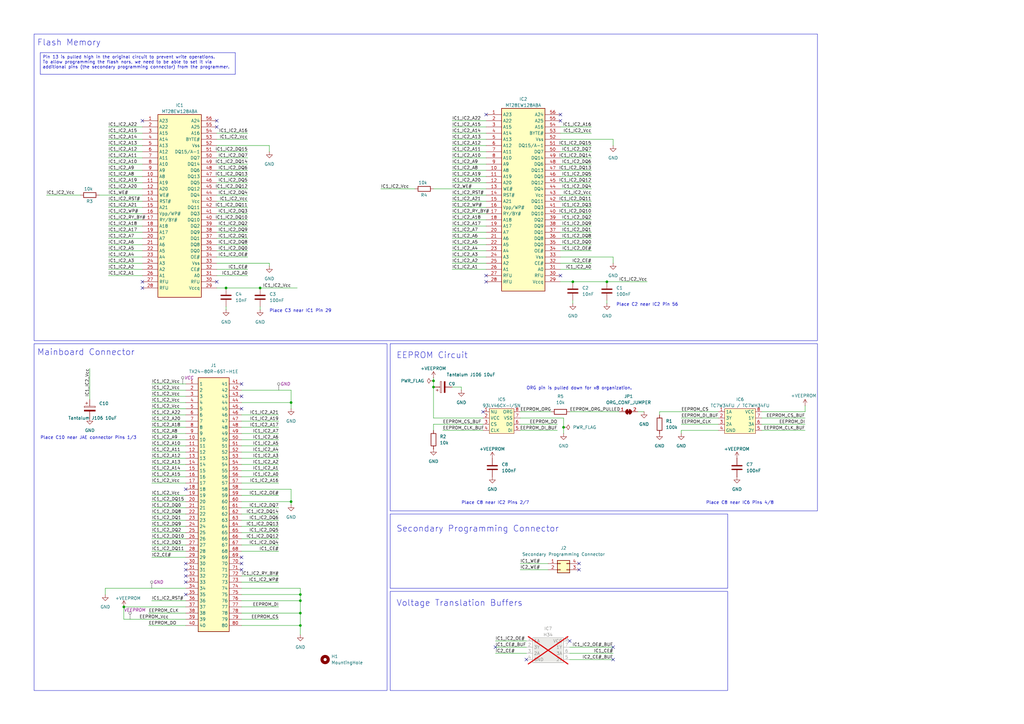
<source format=kicad_sch>
(kicad_sch (version 20250114) (generator "eeschema") (generator_version "9.0")
  (paper "A3")
  (title_block (title "SRX Clone Card") (date "2025-11-12") (rev "0.2"))
  (lib_symbols
    (symbol "Connector_Generic:Conn_02x02_Counter_Clockwise" (pin_names (offset 1.016) (hide yes))
      (property "Reference" "J" (at 1.27 2.54 0))
      (property "Value" "Conn_02x02_Counter_Clockwise" (at 1.27 -5.08 0))
      (symbol "Conn_02x02_Counter_Clockwise_1_1"
        (pin passive line (at -5.08 0 0) (length 3.81) (name "Pin_1") (number "1"))
        (pin passive line (at -5.08 -2.54 0) (length 3.81) (name "Pin_2") (number "2"))
        (pin passive line (at 7.62 0 180) (length 3.81) (name "Pin_4") (number "4"))
        (pin passive line (at 7.62 -2.54 180) (length 3.81) (name "Pin_3") (number "3"))
      )
    )
    (symbol "Device:C" (pin_numbers (hide yes)) (pin_names (offset 0.254))
      (property "Reference" "C" (at 0.635 2.54 0))
      (property "Value" "C" (at 0.635 -2.54 0))
      (symbol "C_1_1"
        (pin passive line (at 0 3.81 270) (length 2.794) (name "~") (number "1"))
        (pin passive line (at 0 -3.81 90) (length 2.794) (name "~") (number "2"))
      )
    )
    (symbol "Device:C_Polarized" (pin_numbers (hide yes)) (pin_names (offset 0.254))
      (property "Reference" "C" (at 0.635 2.54 0))
      (property "Value" "C_Polarized" (at 0.635 -2.54 0))
      (symbol "C_Polarized_1_1"
        (pin passive line (at 0 3.81 270) (length 2.794) (name "~") (number "1"))
        (pin passive line (at 0 -3.81 90) (length 2.794) (name "~") (number "2"))
      )
    )
    (symbol "Device:R" (pin_numbers (hide yes)) (pin_names (offset 0))
      (property "Reference" "R" (at 2.032 0 90))
      (property "Value" "R" (at 0 0 90))
      (symbol "R_1_1"
        (pin passive line (at 0 3.81 270) (length 1.27) (name "~") (number "1"))
        (pin passive line (at 0 -3.81 90) (length 1.27) (name "~") (number "2"))
      )
    )
    (symbol "Jumper:SolderJumper_2_Bridged" (pin_names (offset 0) (hide yes))
      (property "Reference" "JP" (at 0 2.032 0))
      (property "Value" "SolderJumper_2_Bridged" (at 0 -2.54 0))
      (symbol "SolderJumper_2_Bridged_1_1"
        (pin passive line (at -3.81 0 0) (length 2.54) (name "A") (number "1"))
        (pin passive line (at 3.81 0 180) (length 2.54) (name "B") (number "2"))
      )
    )
    (symbol "Mechanical:MountingHole" (pin_names (offset 1.016))
      (property "Reference" "H" (at 0 5.08 0))
      (property "Value" "MountingHole" (at 0 3.175 0))
    )
    (symbol "power:+3.3V" (power) (pin_numbers (hide yes)) (pin_names (offset 0) (hide yes))
      (property "Value" "+3.3V" (at 0 3.556 0))
      (symbol "+3.3V_1_1"
        (pin power_in line (at 0 0 90) (length 0) (name "~") (number "1"))
      )
    )
    (symbol "power:GND" (power) (pin_numbers (hide yes)) (pin_names (offset 0) (hide yes))
      (property "Value" "GND" (at 0 -3.81 0))
      (symbol "GND_1_1"
        (pin power_in line (at 0 0 270) (length 0) (name "~") (number "1"))
      )
    )
    (symbol "power:PWR_FLAG" (power) (pin_numbers (hide yes)) (pin_names (offset 0) (hide yes))
      (property "Value" "PWR_FLAG" (at 0 3.81 0))
      (symbol "PWR_FLAG_0_0"
        (pin power_out line (at 0 0 90) (length 0) (name "~") (number "1"))
      )
    )
    (symbol "srx-extras:LC46-rotated-soic"
      (property "Reference" "U" (at 0 5.08 0))
      (symbol "LC46-rotated-soic_1_1"
        (pin input line (at -7.62 2.54 0) (length 2.54) (name "NU") (number "1"))
        (pin power_in line (at -7.62 0 0) (length 2.54) (name "VCC") (number "2"))
        (pin input line (at -7.62 -2.54 0) (length 2.54) (name "CS") (number "3"))
        (pin input line (at -7.62 -5.08 0) (length 2.54) (name "CLK") (number "4"))
        (pin input line (at 7.62 2.54 180) (length 2.54) (name "ORG") (number "8"))
        (pin power_in line (at 7.62 0 180) (length 2.54) (name "VSS") (number "7"))
        (pin output line (at 7.62 -2.54 180) (length 2.54) (name "DO") (number "6"))
        (pin input line (at 7.62 -5.08 180) (length 2.54) (name "DI") (number "5"))
      )
    )
    (symbol "srx-extras:MT28EW128ABA"
      (property "Reference" "U" (at 0 0 0))
      (symbol "MT28EW128ABA_1_1"
        (pin input line (at -15.24 21.59 0) (length 6.35) (name "A23") (number "1"))
        (pin input line (at -15.24 19.05 0) (length 6.35) (name "A22") (number "2"))
        (pin input line (at -15.24 16.51 0) (length 6.35) (name "A15") (number "3"))
        (pin input line (at -15.24 13.97 0) (length 6.35) (name "A14") (number "4"))
        (pin input line (at -15.24 11.43 0) (length 6.35) (name "A13") (number "5"))
        (pin input line (at -15.24 8.89 0) (length 6.35) (name "A12") (number "6"))
        (pin input line (at -15.24 6.35 0) (length 6.35) (name "A11") (number "7"))
        (pin input line (at -15.24 3.81 0) (length 6.35) (name "A10") (number "8"))
        (pin input line (at -15.24 1.27 0) (length 6.35) (name "A9") (number "9"))
        (pin input line (at -15.24 -1.27 0) (length 6.35) (name "A8") (number "10"))
        (pin input line (at -15.24 -3.81 0) (length 6.35) (name "A19") (number "11"))
        (pin input line (at -15.24 -6.35 0) (length 6.35) (name "A20") (number "12"))
        (pin input line (at -15.24 -8.89 0) (length 6.35) (name "WE#") (number "13"))
        (pin input line (at -15.24 -11.43 0) (length 6.35) (name "RST#") (number "14"))
        (pin input line (at -15.24 -13.97 0) (length 6.35) (name "A21") (number "15"))
        (pin input line (at -15.24 -16.51 0) (length 6.35) (name "Vpp/WP#") (number "16"))
        (pin input line (at -15.24 -19.05 0) (length 6.35) (name "RY/BY#") (number "17"))
        (pin input line (at -15.24 -21.59 0) (length 6.35) (name "A18") (number "18"))
        (pin input line (at -15.24 -24.13 0) (length 6.35) (name "A17") (number "19"))
        (pin input line (at -15.24 -26.67 0) (length 6.35) (name "A7") (number "20"))
        (pin input line (at -15.24 -29.21 0) (length 6.35) (name "A6") (number "21"))
        (pin input line (at -15.24 -31.75 0) (length 6.35) (name "A5") (number "22"))
        (pin input line (at -15.24 -34.29 0) (length 6.35) (name "A4") (number "23"))
        (pin input line (at -15.24 -36.83 0) (length 6.35) (name "A3") (number "24"))
        (pin input line (at -15.24 -39.37 0) (length 6.35) (name "A2") (number "25"))
        (pin input line (at -15.24 -41.91 0) (length 6.35) (name "A1") (number "26"))
        (pin input line (at -15.24 -44.45 0) (length 6.35) (name "RFU") (number "27"))
        (pin input line (at -15.24 -46.99 0) (length 6.35) (name "RFU") (number "28"))
        (pin input line (at 15.24 21.59 180) (length 6.35) (name "A24") (number "56"))
        (pin input line (at 15.24 19.05 180) (length 6.35) (name "A25") (number "55"))
        (pin input line (at 15.24 16.51 180) (length 6.35) (name "A16") (number "54"))
        (pin input line (at 15.24 13.97 180) (length 6.35) (name "BYTE#") (number "53"))
        (pin power_in line (at 15.24 11.43 180) (length 6.35) (name "Vss") (number "52"))
        (pin bidirectional line (at 15.24 8.89 180) (length 6.35) (name "DQ15/A-1") (number "51"))
        (pin bidirectional line (at 15.24 6.35 180) (length 6.35) (name "DQ7") (number "50"))
        (pin bidirectional line (at 15.24 3.81 180) (length 6.35) (name "DQ14") (number "49"))
        (pin bidirectional line (at 15.24 1.27 180) (length 6.35) (name "DQ6") (number "48"))
        (pin bidirectional line (at 15.24 -1.27 180) (length 6.35) (name "DQ13") (number "47"))
        (pin bidirectional line (at 15.24 -3.81 180) (length 6.35) (name "DQ5") (number "46"))
        (pin bidirectional line (at 15.24 -6.35 180) (length 6.35) (name "DQ12") (number "45"))
        (pin bidirectional line (at 15.24 -8.89 180) (length 6.35) (name "DQ4") (number "44"))
        (pin power_in line (at 15.24 -11.43 180) (length 6.35) (name "Vcc") (number "43"))
        (pin bidirectional line (at 15.24 -13.97 180) (length 6.35) (name "DQ11") (number "42"))
        (pin bidirectional line (at 15.24 -16.51 180) (length 6.35) (name "DQ3") (number "41"))
        (pin bidirectional line (at 15.24 -19.05 180) (length 6.35) (name "DQ10") (number "40"))
        (pin bidirectional line (at 15.24 -21.59 180) (length 6.35) (name "DQ2") (number "39"))
        (pin bidirectional line (at 15.24 -24.13 180) (length 6.35) (name "DQ9") (number "38"))
        (pin bidirectional line (at 15.24 -26.67 180) (length 6.35) (name "DQ1") (number "37"))
        (pin bidirectional line (at 15.24 -29.21 180) (length 6.35) (name "DQ8") (number "36"))
        (pin bidirectional line (at 15.24 -31.75 180) (length 6.35) (name "DQ0") (number "35"))
        (pin input line (at 15.24 -34.29 180) (length 6.35) (name "OE#") (number "34"))
        (pin power_in line (at 15.24 -36.83 180) (length 6.35) (name "Vss") (number "33"))
        (pin input line (at 15.24 -39.37 180) (length 6.35) (name "CE#") (number "32"))
        (pin input line (at 15.24 -41.91 180) (length 6.35) (name "A0") (number "31"))
        (pin input line (at 15.24 -44.45 180) (length 6.35) (name "RFU") (number "30"))
        (pin power_in line (at 15.24 -46.99 180) (length 6.35) (name "Vccq") (number "29"))
      )
    )
    (symbol "srx-extras:TC7W34FU"
      (property "Reference" "U" (at 0 5.08 0))
      (symbol "TC7W34FU_1_1"
        (pin input line (at -8.89 2.54 0) (length 2.54) (name "1A") (number "1"))
        (pin output line (at -8.89 0 0) (length 2.54) (name "3Y") (number "2"))
        (pin input line (at -8.89 -2.54 0) (length 2.54) (name "2A") (number "3"))
        (pin power_in line (at -8.89 -5.08 0) (length 2.54) (name "GND") (number "4"))
        (pin power_in line (at 8.89 2.54 180) (length 2.54) (name "VCC") (number "8"))
        (pin output line (at 8.89 0 180) (length 2.54) (name "1Y") (number "7"))
        (pin input line (at 8.89 -2.54 180) (length 2.54) (name "3A") (number "6"))
        (pin output line (at 8.89 -5.08 180) (length 2.54) (name "2Y") (number "5"))
      )
    )
    (symbol "srx-extras:TX24-80R-6ST-H1E"
      (property "Reference" "J" (at 19.05 7.62 0))
      (property "Value" "TX24-80R-6ST-H1E" (at 19.05 5.08 0))
      (symbol "TX24-80R-6ST-H1E_1_1"
        (pin passive line (at 0 0 0) (length 5.08) (name "1") (number "1"))
        (pin passive line (at 0 -2.54 0) (length 5.08) (name "2") (number "2"))
        (pin passive line (at 0 -5.08 0) (length 5.08) (name "3") (number "3"))
        (pin passive line (at 0 -7.62 0) (length 5.08) (name "4") (number "4"))
        (pin passive line (at 0 -10.16 0) (length 5.08) (name "5") (number "5"))
        (pin passive line (at 0 -12.7 0) (length 5.08) (name "6") (number "6"))
        (pin passive line (at 0 -15.24 0) (length 5.08) (name "7") (number "7"))
        (pin passive line (at 0 -17.78 0) (length 5.08) (name "8") (number "8"))
        (pin passive line (at 0 -20.32 0) (length 5.08) (name "9") (number "9"))
        (pin passive line (at 0 -22.86 0) (length 5.08) (name "10") (number "10"))
        (pin passive line (at 0 -25.4 0) (length 5.08) (name "11") (number "11"))
        (pin passive line (at 0 -27.94 0) (length 5.08) (name "12") (number "12"))
        (pin passive line (at 0 -30.48 0) (length 5.08) (name "13") (number "13"))
        (pin passive line (at 0 -33.02 0) (length 5.08) (name "14") (number "14"))
        (pin passive line (at 0 -35.56 0) (length 5.08) (name "15") (number "15"))
        (pin passive line (at 0 -38.1 0) (length 5.08) (name "16") (number "16"))
        (pin passive line (at 0 -40.64 0) (length 5.08) (name "17") (number "17"))
        (pin passive line (at 0 -43.18 0) (length 5.08) (name "18") (number "18"))
        (pin passive line (at 0 -45.72 0) (length 5.08) (name "19") (number "19"))
        (pin passive line (at 0 -48.26 0) (length 5.08) (name "20") (number "20"))
        (pin passive line (at 0 -50.8 0) (length 5.08) (name "21") (number "21"))
        (pin passive line (at 0 -53.34 0) (length 5.08) (name "22") (number "22"))
        (pin passive line (at 0 -55.88 0) (length 5.08) (name "23") (number "23"))
        (pin passive line (at 0 -58.42 0) (length 5.08) (name "24") (number "24"))
        (pin passive line (at 0 -60.96 0) (length 5.08) (name "25") (number "25"))
        (pin passive line (at 0 -63.5 0) (length 5.08) (name "26") (number "26"))
        (pin passive line (at 0 -66.04 0) (length 5.08) (name "27") (number "27"))
        (pin passive line (at 0 -68.58 0) (length 5.08) (name "28") (number "28"))
        (pin passive line (at 0 -71.12 0) (length 5.08) (name "29") (number "29"))
        (pin passive line (at 0 -73.66 0) (length 5.08) (name "30") (number "30"))
        (pin passive line (at 0 -76.2 0) (length 5.08) (name "31") (number "31"))
        (pin passive line (at 0 -78.74 0) (length 5.08) (name "32") (number "32"))
        (pin passive line (at 0 -81.28 0) (length 5.08) (name "33") (number "33"))
        (pin passive line (at 0 -83.82 0) (length 5.08) (name "34") (number "34"))
        (pin passive line (at 0 -86.36 0) (length 5.08) (name "35") (number "35"))
        (pin passive line (at 0 -88.9 0) (length 5.08) (name "36") (number "36"))
        (pin passive line (at 0 -91.44 0) (length 5.08) (name "37") (number "37"))
        (pin passive line (at 0 -93.98 0) (length 5.08) (name "38") (number "38"))
        (pin passive line (at 0 -96.52 0) (length 5.08) (name "39") (number "39"))
        (pin passive line (at 0 -99.06 0) (length 5.08) (name "40") (number "40"))
        (pin passive line (at 22.86 0 180) (length 5.08) (name "41") (number "41"))
        (pin passive line (at 22.86 -2.54 180) (length 5.08) (name "42") (number "42"))
        (pin passive line (at 22.86 -5.08 180) (length 5.08) (name "43") (number "43"))
        (pin passive line (at 22.86 -7.62 180) (length 5.08) (name "44") (number "44"))
        (pin passive line (at 22.86 -10.16 180) (length 5.08) (name "45") (number "45"))
        (pin passive line (at 22.86 -12.7 180) (length 5.08) (name "46") (number "46"))
        (pin passive line (at 22.86 -15.24 180) (length 5.08) (name "47") (number "47"))
        (pin passive line (at 22.86 -17.78 180) (length 5.08) (name "48") (number "48"))
        (pin passive line (at 22.86 -20.32 180) (length 5.08) (name "49") (number "49"))
        (pin passive line (at 22.86 -22.86 180) (length 5.08) (name "50") (number "50"))
        (pin passive line (at 22.86 -25.4 180) (length 5.08) (name "51") (number "51"))
        (pin passive line (at 22.86 -27.94 180) (length 5.08) (name "52") (number "52"))
        (pin passive line (at 22.86 -30.48 180) (length 5.08) (name "53") (number "53"))
        (pin passive line (at 22.86 -33.02 180) (length 5.08) (name "54") (number "54"))
        (pin passive line (at 22.86 -35.56 180) (length 5.08) (name "55") (number "55"))
        (pin passive line (at 22.86 -38.1 180) (length 5.08) (name "56") (number "56"))
        (pin passive line (at 22.86 -40.64 180) (length 5.08) (name "57") (number "57"))
        (pin passive line (at 22.86 -43.18 180) (length 5.08) (name "58") (number "58"))
        (pin passive line (at 22.86 -45.72 180) (length 5.08) (name "59") (number "59"))
        (pin passive line (at 22.86 -48.26 180) (length 5.08) (name "60") (number "60"))
        (pin passive line (at 22.86 -50.8 180) (length 5.08) (name "61") (number "61"))
        (pin passive line (at 22.86 -53.34 180) (length 5.08) (name "62") (number "62"))
        (pin passive line (at 22.86 -55.88 180) (length 5.08) (name "63") (number "63"))
        (pin passive line (at 22.86 -58.42 180) (length 5.08) (name "64") (number "64"))
        (pin passive line (at 22.86 -60.96 180) (length 5.08) (name "65") (number "65"))
        (pin passive line (at 22.86 -63.5 180) (length 5.08) (name "66") (number "66"))
        (pin passive line (at 22.86 -66.04 180) (length 5.08) (name "67") (number "67"))
        (pin passive line (at 22.86 -68.58 180) (length 5.08) (name "68") (number "68"))
        (pin passive line (at 22.86 -71.12 180) (length 5.08) (name "69") (number "69"))
        (pin passive line (at 22.86 -73.66 180) (length 5.08) (name "70") (number "70"))
        (pin passive line (at 22.86 -76.2 180) (length 5.08) (name "71") (number "71"))
        (pin passive line (at 22.86 -78.74 180) (length 5.08) (name "72") (number "72"))
        (pin passive line (at 22.86 -81.28 180) (length 5.08) (name "73") (number "73"))
        (pin passive line (at 22.86 -83.82 180) (length 5.08) (name "74") (number "74"))
        (pin passive line (at 22.86 -86.36 180) (length 5.08) (name "75") (number "75"))
        (pin passive line (at 22.86 -88.9 180) (length 5.08) (name "76") (number "76"))
        (pin passive line (at 22.86 -91.44 180) (length 5.08) (name "77") (number "77"))
        (pin passive line (at 22.86 -93.98 180) (length 5.08) (name "78") (number "78"))
        (pin passive line (at 22.86 -96.52 180) (length 5.08) (name "79") (number "79"))
        (pin passive line (at 22.86 -99.06 180) (length 5.08) (name "80") (number "80"))
      )
    )
  )
  (rectangle (start 160.02 140.97) (end 335.28 209.55))
  (rectangle (start 13.97 140.97) (end 158.75 283.21))
  (rectangle (start 160.02 242.57) (end 298.45 283.21))
  (rectangle (start 160.02 210.82) (end 298.45 241.3))
  (rectangle (start 13.97 13.97) (end 335.28 139.7))
  (text "Flash Memory" (at 15.24 19.05 0) (effects (font (size 2.5 2.5)) (justify left bottom)))
  (text "Place C3 near IC1 Pin 29" (at 110.49 128.27 0) (effects (font (size 1.27 1.27)) (justify left bottom)))
  (text "Place C10 near JAE connector Pins 1/3" (at 16.51 180.34 0) (effects (font (size 1.27 1.27)) (justify left bottom)))
  (text "Place C2 near IC2 Pin 56" (at 252.73 125.73 0) (effects (font (size 1.27 1.27)) (justify left bottom)))
  (text "ORG pin is pulled down for x8 organization." (at 215.9 160.02 0) (effects (font (size 1.27 1.27)) (justify left bottom)))
  (text "Voltage Translation Buffers" (at 162.56 248.92 0) (effects (font (size 2.5 2.5)) (justify left bottom)))
  (text "EEPROM Circuit" (at 162.56 147.32 0) (effects (font (size 2.5 2.5)) (justify left bottom)))
  (text "Place C8 near IC6 Pins 4/8" (at 289.56 207.01 0) (effects (font (size 1.27 1.27)) (justify left bottom)))
  (text "Place C8 near IC2 Pins 2/7" (at 189.23 207.01 0) (effects (font (size 1.27 1.27)) (justify left bottom)))
  (text "Secondary Programming Connector" (at 162.56 218.44 0) (effects (font (size 2.5 2.5)) (justify left bottom)))
  (text "Mainboard Connector" (at 15.24 146.05 0) (effects (font (size 2.5 2.5)) (justify left bottom)))
  (text_box "Pin 13 is pulled high in the original circuit to prevent write operations. \nTo allow programming the flash nors, we need to be able to set it via \nadditional pins (the secondary programming connector) from the programmer." (at 16.51 21.59 0) (size 80.01 8.89) (margins 0.9525 0.9525 0.9525 0.9525) (effects (font (size 1.27 1.27)) (justify left top)))
  (junction (at 123.19 243.84))
  (junction (at 177.8 156.21))
  (junction (at 177.8 158.75))
  (junction (at 248.92 115.57))
  (junction (at 234.95 115.57))
  (junction (at 92.71 118.11))
  (junction (at 50.8 248.92))
  (junction (at 106.68 118.11))
  (junction (at 231.14 175.26))
  (junction (at 123.19 251.46))
  (junction (at 123.19 256.54))
  (junction (at 119.38 165.1))
  (junction (at 119.38 205.74))
  (junction (at 123.19 246.38))
  (no_connect (at 88.9 49.53))
  (no_connect (at 76.2 238.76))
  (no_connect (at 251.46 265.43))
  (no_connect (at 99.06 162.56))
  (no_connect (at 88.9 115.57))
  (no_connect (at 76.2 243.84))
  (no_connect (at 76.2 233.68))
  (no_connect (at 99.06 231.14))
  (no_connect (at 203.2 265.43))
  (no_connect (at 58.42 115.57))
  (no_connect (at 76.2 236.22))
  (no_connect (at 99.06 167.64))
  (no_connect (at 229.87 46.99))
  (no_connect (at 229.87 113.03))
  (no_connect (at 76.2 231.14))
  (no_connect (at 58.42 49.53))
  (no_connect (at 199.39 113.03))
  (no_connect (at 199.39 46.99))
  (no_connect (at 199.39 115.57))
  (no_connect (at 76.2 200.66))
  (no_connect (at 99.06 233.68))
  (no_connect (at 99.06 157.48))
  (no_connect (at 251.46 270.51))
  (no_connect (at 198.12 168.91))
  (no_connect (at 99.06 228.6))
  (no_connect (at 237.49 233.68))
  (no_connect (at 229.87 49.53))
  (no_connect (at 233.68 262.89))
  (no_connect (at 237.49 231.14))
  (no_connect (at 58.42 118.11))
  (no_connect (at 88.9 52.07))
  (no_connect (at 215.9 270.51))
  (wire (pts (xy 229.87 74.93) (xy 242.57 74.93)))
  (wire (pts (xy 62.23 177.8) (xy 76.2 177.8)))
  (wire (pts (xy 229.87 87.63) (xy 242.57 87.63)))
  (wire (pts (xy 213.36 231.14) (xy 224.79 231.14)))
  (wire (pts (xy 92.71 125.73) (xy 92.71 127)))
  (wire (pts (xy 185.42 90.17) (xy 199.39 90.17)))
  (wire (pts (xy 62.23 226.06) (xy 76.2 226.06)))
  (wire (pts (xy 44.45 57.15) (xy 58.42 57.15)))
  (wire (pts (xy 62.23 198.12) (xy 76.2 198.12)))
  (wire (pts (xy 99.06 193.04) (xy 114.3 193.04)))
  (wire (pts (xy 88.9 85.09) (xy 101.6 85.09)))
  (wire (pts (xy 185.42 49.53) (xy 199.39 49.53)))
  (wire (pts (xy 185.42 64.77) (xy 199.39 64.77)))
  (wire (pts (xy 185.42 82.55) (xy 199.39 82.55)))
  (wire (pts (xy 185.42 54.61) (xy 199.39 54.61)))
  (wire (pts (xy 99.06 256.54) (xy 123.19 256.54)))
  (wire (pts (xy 229.87 102.87) (xy 242.57 102.87)))
  (wire (pts (xy 88.9 69.85) (xy 101.6 69.85)))
  (wire (pts (xy 44.45 110.49) (xy 58.42 110.49)))
  (wire (pts (xy 99.06 205.74) (xy 119.38 205.74)))
  (wire (pts (xy 99.06 198.12) (xy 114.3 198.12)))
  (wire (pts (xy 312.42 176.53) (xy 330.2 176.53)))
  (wire (pts (xy 99.06 213.36) (xy 114.3 213.36)))
  (wire (pts (xy 156.21 77.47) (xy 170.18 77.47)))
  (wire (pts (xy 99.06 180.34) (xy 114.3 180.34)))
  (wire (pts (xy 185.42 62.23) (xy 199.39 62.23)))
  (wire (pts (xy 99.06 175.26) (xy 114.3 175.26)))
  (wire (pts (xy 229.87 64.77) (xy 242.57 64.77)))
  (wire (pts (xy 88.9 102.87) (xy 101.6 102.87)))
  (wire (pts (xy 213.36 171.45) (xy 231.14 171.45)))
  (wire (pts (xy 99.06 195.58) (xy 114.3 195.58)))
  (wire (pts (xy 185.42 92.71) (xy 199.39 92.71)))
  (wire (pts (xy 181.61 176.53) (xy 198.12 176.53)))
  (wire (pts (xy 279.4 171.45) (xy 294.64 171.45)))
  (wire (pts (xy 62.23 172.72) (xy 76.2 172.72)))
  (wire (pts (xy 62.23 165.1) (xy 76.2 165.1)))
  (wire (pts (xy 185.42 85.09) (xy 199.39 85.09)))
  (wire (pts (xy 229.87 69.85) (xy 242.57 69.85)))
  (wire (pts (xy 189.23 158.75) (xy 185.42 158.75)))
  (wire (pts (xy 62.23 213.36) (xy 76.2 213.36)))
  (wire (pts (xy 99.06 248.92) (xy 114.3 248.92)))
  (wire (pts (xy 62.23 220.98) (xy 76.2 220.98)))
  (wire (pts (xy 99.06 215.9) (xy 114.3 215.9)))
  (wire (pts (xy 19.05 80.01) (xy 33.02 80.01)))
  (wire (pts (xy 99.06 246.38) (xy 123.19 246.38)))
  (wire (pts (xy 62.23 182.88) (xy 76.2 182.88)))
  (wire (pts (xy 88.9 77.47) (xy 101.6 77.47)))
  (wire (pts (xy 185.42 95.25) (xy 199.39 95.25)))
  (wire (pts (xy 99.06 203.2) (xy 114.3 203.2)))
  (wire (pts (xy 88.9 105.41) (xy 101.6 105.41)))
  (wire (pts (xy 233.68 265.43) (xy 251.46 265.43)))
  (wire (pts (xy 44.45 67.31) (xy 58.42 67.31)))
  (wire (pts (xy 36.83 151.13) (xy 36.83 163.83)))
  (wire (pts (xy 88.9 92.71) (xy 101.6 92.71)))
  (wire (pts (xy 88.9 67.31) (xy 101.6 67.31)))
  (wire (pts (xy 99.06 177.8) (xy 114.3 177.8)))
  (wire (pts (xy 88.9 72.39) (xy 101.6 72.39)))
  (wire (pts (xy 62.23 185.42) (xy 76.2 185.42)))
  (wire (pts (xy 119.38 160.02) (xy 119.38 165.1)))
  (wire (pts (xy 312.42 173.99) (xy 330.2 173.99)))
  (wire (pts (xy 229.87 52.07) (xy 242.57 52.07)))
  (wire (pts (xy 99.06 208.28) (xy 114.3 208.28)))
  (wire (pts (xy 251.46 57.15) (xy 251.46 59.69)))
  (wire (pts (xy 229.87 97.79) (xy 242.57 97.79)))
  (wire (pts (xy 233.68 270.51) (xy 251.46 270.51)))
  (wire (pts (xy 62.23 190.5) (xy 76.2 190.5)))
  (wire (pts (xy 185.42 52.07) (xy 199.39 52.07)))
  (wire (pts (xy 62.23 157.48) (xy 76.2 157.48)))
  (wire (pts (xy 88.9 110.49) (xy 101.6 110.49)))
  (wire (pts (xy 229.87 92.71) (xy 242.57 92.71)))
  (wire (pts (xy 88.9 95.25) (xy 101.6 95.25)))
  (wire (pts (xy 119.38 200.66) (xy 119.38 205.74)))
  (wire (pts (xy 198.12 171.45) (xy 177.8 171.45)))
  (wire (pts (xy 279.4 173.99) (xy 294.64 173.99)))
  (wire (pts (xy 203.2 265.43) (xy 215.9 265.43)))
  (wire (pts (xy 119.38 165.1) (xy 119.38 167.64)))
  (wire (pts (xy 294.64 176.53) (xy 279.4 176.53)))
  (wire (pts (xy 99.06 182.88) (xy 114.3 182.88)))
  (wire (pts (xy 44.45 100.33) (xy 58.42 100.33)))
  (wire (pts (xy 88.9 97.79) (xy 101.6 97.79)))
  (wire (pts (xy 88.9 100.33) (xy 101.6 100.33)))
  (wire (pts (xy 185.42 80.01) (xy 199.39 80.01)))
  (wire (pts (xy 177.8 173.99) (xy 198.12 173.99)))
  (wire (pts (xy 44.45 87.63) (xy 58.42 87.63)))
  (wire (pts (xy 213.36 173.99) (xy 228.6 173.99)))
  (wire (pts (xy 177.8 156.21) (xy 177.8 158.75)))
  (wire (pts (xy 229.87 82.55) (xy 242.57 82.55)))
  (wire (pts (xy 261.62 168.91) (xy 264.16 168.91)))
  (wire (pts (xy 123.19 256.54) (xy 123.19 260.35)))
  (wire (pts (xy 99.06 223.52) (xy 114.3 223.52)))
  (wire (pts (xy 234.95 115.57) (xy 248.92 115.57)))
  (wire (pts (xy 123.19 243.84) (xy 123.19 246.38)))
  (wire (pts (xy 44.45 97.79) (xy 58.42 97.79)))
  (wire (pts (xy 213.36 233.68) (xy 224.79 233.68)))
  (wire (pts (xy 88.9 74.93) (xy 101.6 74.93)))
  (wire (pts (xy 229.87 107.95) (xy 242.57 107.95)))
  (wire (pts (xy 123.19 251.46) (xy 123.19 256.54)))
  (wire (pts (xy 43.18 241.3) (xy 76.2 241.3)))
  (wire (pts (xy 99.06 226.06) (xy 114.3 226.06)))
  (wire (pts (xy 62.23 203.2) (xy 76.2 203.2)))
  (wire (pts (xy 177.8 77.47) (xy 199.39 77.47)))
  (wire (pts (xy 185.42 87.63) (xy 199.39 87.63)))
  (wire (pts (xy 88.9 107.95) (xy 110.49 107.95)))
  (wire (pts (xy 99.06 165.1) (xy 119.38 165.1)))
  (wire (pts (xy 44.45 59.69) (xy 58.42 59.69)))
  (wire (pts (xy 44.45 95.25) (xy 58.42 95.25)))
  (wire (pts (xy 185.42 59.69) (xy 199.39 59.69)))
  (wire (pts (xy 62.23 193.04) (xy 76.2 193.04)))
  (wire (pts (xy 44.45 102.87) (xy 58.42 102.87)))
  (wire (pts (xy 62.23 208.28) (xy 76.2 208.28)))
  (wire (pts (xy 185.42 67.31) (xy 199.39 67.31)))
  (wire (pts (xy 203.2 262.89) (xy 215.9 262.89)))
  (wire (pts (xy 213.36 176.53) (xy 228.6 176.53)))
  (wire (pts (xy 88.9 113.03) (xy 101.6 113.03)))
  (wire (pts (xy 62.23 246.38) (xy 76.2 246.38)))
  (wire (pts (xy 185.42 102.87) (xy 199.39 102.87)))
  (wire (pts (xy 62.23 167.64) (xy 76.2 167.64)))
  (wire (pts (xy 229.87 80.01) (xy 242.57 80.01)))
  (wire (pts (xy 99.06 254) (xy 114.3 254)))
  (wire (pts (xy 213.36 168.91) (xy 226.06 168.91)))
  (wire (pts (xy 88.9 57.15) (xy 101.6 57.15)))
  (wire (pts (xy 185.42 72.39) (xy 199.39 72.39)))
  (wire (pts (xy 62.23 187.96) (xy 76.2 187.96)))
  (wire (pts (xy 229.87 67.31) (xy 242.57 67.31)))
  (wire (pts (xy 44.45 105.41) (xy 58.42 105.41)))
  (wire (pts (xy 312.42 171.45) (xy 330.2 171.45)))
  (wire (pts (xy 88.9 82.55) (xy 101.6 82.55)))
  (wire (pts (xy 99.06 170.18) (xy 114.3 170.18)))
  (wire (pts (xy 44.45 62.23) (xy 58.42 62.23)))
  (wire (pts (xy 44.45 92.71) (xy 58.42 92.71)))
  (wire (pts (xy 99.06 210.82) (xy 114.3 210.82)))
  (wire (pts (xy 229.87 115.57) (xy 234.95 115.57)))
  (wire (pts (xy 88.9 80.01) (xy 101.6 80.01)))
  (wire (pts (xy 110.49 59.69) (xy 110.49 62.23)))
  (wire (pts (xy 185.42 107.95) (xy 199.39 107.95)))
  (wire (pts (xy 62.23 195.58) (xy 76.2 195.58)))
  (wire (pts (xy 99.06 220.98) (xy 114.3 220.98)))
  (wire (pts (xy 330.2 168.91) (xy 330.2 166.37)))
  (wire (pts (xy 185.42 110.49) (xy 199.39 110.49)))
  (wire (pts (xy 44.45 54.61) (xy 58.42 54.61)))
  (wire (pts (xy 177.8 158.75) (xy 177.8 171.45)))
  (wire (pts (xy 44.45 74.93) (xy 58.42 74.93)))
  (wire (pts (xy 177.8 154.94) (xy 177.8 156.21)))
  (wire (pts (xy 60.96 256.54) (xy 76.2 256.54)))
  (wire (pts (xy 233.68 168.91) (xy 254 168.91)))
  (wire (pts (xy 119.38 205.74) (xy 119.38 207.01)))
  (wire (pts (xy 229.87 62.23) (xy 242.57 62.23)))
  (wire (pts (xy 99.06 187.96) (xy 114.3 187.96)))
  (wire (pts (xy 231.14 175.26) (xy 231.14 177.8)))
  (wire (pts (xy 229.87 85.09) (xy 242.57 85.09)))
  (wire (pts (xy 44.45 113.03) (xy 58.42 113.03)))
  (wire (pts (xy 99.06 236.22) (xy 114.3 236.22)))
  (wire (pts (xy 62.23 215.9) (xy 76.2 215.9)))
  (wire (pts (xy 99.06 190.5) (xy 114.3 190.5)))
  (wire (pts (xy 229.87 100.33) (xy 242.57 100.33)))
  (wire (pts (xy 99.06 185.42) (xy 114.3 185.42)))
  (wire (pts (xy 233.68 267.97) (xy 251.46 267.97)))
  (wire (pts (xy 251.46 105.41) (xy 251.46 107.95)))
  (wire (pts (xy 88.9 90.17) (xy 101.6 90.17)))
  (wire (pts (xy 203.2 267.97) (xy 215.9 267.97)))
  (wire (pts (xy 88.9 59.69) (xy 110.49 59.69)))
  (wire (pts (xy 62.23 218.44) (xy 76.2 218.44)))
  (wire (pts (xy 189.23 160.02) (xy 189.23 158.75)))
  (wire (pts (xy 99.06 243.84) (xy 123.19 243.84)))
  (wire (pts (xy 62.23 223.52) (xy 76.2 223.52)))
  (wire (pts (xy 88.9 87.63) (xy 101.6 87.63)))
  (wire (pts (xy 44.45 52.07) (xy 58.42 52.07)))
  (wire (pts (xy 44.45 107.95) (xy 58.42 107.95)))
  (wire (pts (xy 92.71 118.11) (xy 106.68 118.11)))
  (wire (pts (xy 231.14 171.45) (xy 231.14 175.26)))
  (wire (pts (xy 44.45 82.55) (xy 58.42 82.55)))
  (wire (pts (xy 62.23 160.02) (xy 76.2 160.02)))
  (wire (pts (xy 88.9 62.23) (xy 101.6 62.23)))
  (wire (pts (xy 44.45 64.77) (xy 58.42 64.77)))
  (wire (pts (xy 106.68 125.73) (xy 106.68 127)))
  (wire (pts (xy 99.06 251.46) (xy 123.19 251.46)))
  (wire (pts (xy 62.23 228.6) (xy 76.2 228.6)))
  (wire (pts (xy 229.87 77.47) (xy 242.57 77.47)))
  (wire (pts (xy 110.49 107.95) (xy 110.49 109.22)))
  (wire (pts (xy 44.45 85.09) (xy 58.42 85.09)))
  (wire (pts (xy 62.23 180.34) (xy 76.2 180.34)))
  (wire (pts (xy 106.68 118.11) (xy 121.92 118.11)))
  (wire (pts (xy 123.19 241.3) (xy 123.19 243.84)))
  (wire (pts (xy 62.23 175.26) (xy 76.2 175.26)))
  (wire (pts (xy 229.87 95.25) (xy 242.57 95.25)))
  (wire (pts (xy 229.87 57.15) (xy 251.46 57.15)))
  (wire (pts (xy 88.9 54.61) (xy 101.6 54.61)))
  (wire (pts (xy 50.8 248.92) (xy 50.8 254)))
  (wire (pts (xy 44.45 72.39) (xy 58.42 72.39)))
  (wire (pts (xy 62.23 205.74) (xy 76.2 205.74)))
  (wire (pts (xy 185.42 100.33) (xy 199.39 100.33)))
  (wire (pts (xy 60.96 251.46) (xy 76.2 251.46)))
  (wire (pts (xy 229.87 90.17) (xy 242.57 90.17)))
  (wire (pts (xy 229.87 54.61) (xy 242.57 54.61)))
  (wire (pts (xy 50.8 254) (xy 76.2 254)))
  (wire (pts (xy 229.87 110.49) (xy 242.57 110.49)))
  (wire (pts (xy 248.92 115.57) (xy 265.43 115.57)))
  (wire (pts (xy 88.9 118.11) (xy 92.71 118.11)))
  (wire (pts (xy 177.8 173.99) (xy 177.8 176.53)))
  (wire (pts (xy 185.42 105.41) (xy 199.39 105.41)))
  (wire (pts (xy 229.87 105.41) (xy 251.46 105.41)))
  (wire (pts (xy 62.23 162.56) (xy 76.2 162.56)))
  (wire (pts (xy 229.87 59.69) (xy 242.57 59.69)))
  (wire (pts (xy 99.06 238.76) (xy 114.3 238.76)))
  (wire (pts (xy 270.51 168.91) (xy 294.64 168.91)))
  (wire (pts (xy 99.06 218.44) (xy 114.3 218.44)))
  (wire (pts (xy 248.92 123.19) (xy 248.92 124.46)))
  (wire (pts (xy 123.19 246.38) (xy 123.19 251.46)))
  (wire (pts (xy 50.8 248.92) (xy 76.2 248.92)))
  (wire (pts (xy 279.4 176.53) (xy 279.4 177.8)))
  (wire (pts (xy 43.18 241.3) (xy 43.18 243.84)))
  (wire (pts (xy 99.06 160.02) (xy 119.38 160.02)))
  (wire (pts (xy 62.23 170.18) (xy 76.2 170.18)))
  (wire (pts (xy 44.45 69.85) (xy 58.42 69.85)))
  (wire (pts (xy 185.42 97.79) (xy 199.39 97.79)))
  (wire (pts (xy 312.42 168.91) (xy 330.2 168.91)))
  (wire (pts (xy 44.45 77.47) (xy 58.42 77.47)))
  (wire (pts (xy 185.42 69.85) (xy 199.39 69.85)))
  (wire (pts (xy 88.9 64.77) (xy 101.6 64.77)))
  (wire (pts (xy 62.23 210.82) (xy 76.2 210.82)))
  (wire (pts (xy 40.64 80.01) (xy 58.42 80.01)))
  (wire (pts (xy 185.42 57.15) (xy 199.39 57.15)))
  (wire (pts (xy 229.87 72.39) (xy 242.57 72.39)))
  (wire (pts (xy 99.06 241.3) (xy 123.19 241.3)))
  (wire (pts (xy 99.06 172.72) (xy 114.3 172.72)))
  (wire (pts (xy 185.42 74.93) (xy 199.39 74.93)))
  (wire (pts (xy 234.95 123.19) (xy 234.95 124.46)))
  (wire (pts (xy 44.45 90.17) (xy 58.42 90.17)))
  (wire (pts (xy 99.06 200.66) (xy 119.38 200.66)))
  (wire (pts (xy 270.51 168.91) (xy 270.51 170.18)))
  (label "IC1_IC2_A9" (at 62.23 180.34 0))
  (label "IC1_IC2_DQ15" (at 242.57 59.69 180))
  (label "IC1_IC2_A5" (at 114.3 182.88 180))
  (label "IC2_WE#" (at 185.42 77.47 0))
  (label "IC1_IC2_DQ12" (at 114.3 220.98 180))
  (label "IC1_IC2_A11" (at 44.45 64.77 0))
  (label "IC1_IC2_Vcc" (at 62.23 157.48 0))
  (label "IC1_IC2_A20" (at 185.42 74.93 0))
  (label "IC1_IC2_DQ2" (at 101.6 92.71 180))
  (label "IC1_IC2_DQ10" (at 242.57 87.63 180))
  (label "IC1_IC2_A2" (at 185.42 107.95 0))
  (label "IC1_IC2_Vcc" (at 36.83 151.13 270))
  (label "IC1_IC2_DQ15" (at 101.6 62.23 180))
  (label "IC1_IC2_DQ5" (at 114.3 218.44 180))
  (label "EEPROM_Vcc" (at 57.15 254 0))
  (label "IC1_IC2_RY_BY#" (at 44.45 90.17 0))
  (label "IC1_IC2_DQ0" (at 242.57 100.33 180))
  (label "IC1_IC2_A22" (at 185.42 49.53 0))
  (label "IC1_IC2_DQ2" (at 62.23 218.44 0))
  (label "EEPROM_CS_BUF" (at 330.2 171.45 180))
  (label "IC1_CE#" (at 114.3 226.06 180))
  (label "IC1_IC2_A6" (at 114.3 180.34 180))
  (label "IC1_IC2_WP#" (at 185.42 85.09 0))
  (label "IC1_IC2_A15" (at 185.42 52.07 0))
  (label "IC1_CE#_BUF" (at 203.2 265.43 0))
  (label "IC1_IC2_A6" (at 44.45 100.33 0))
  (label "IC1_IC2_DQ12" (at 242.57 74.93 180))
  (label "IC1_IC2_A21" (at 114.3 170.18 180))
  (label "IC1_IC2_Vcc" (at 62.23 160.02 0))
  (label "IC2_WE#" (at 213.36 233.68 0))
  (label "IC1_IC2_DQ4" (at 114.3 223.52 180))
  (label "EEPROM_CS" (at 279.4 168.91 0))
  (label "IC1_IC2_RST#" (at 44.45 82.55 0))
  (label "IC1_IC2_A10" (at 62.23 182.88 0))
  (label "IC1_IC2_WP#" (at 44.45 87.63 0))
  (label "IC1_IC2_A12" (at 185.42 59.69 0))
  (label "IC1_IC2_DQ8" (at 242.57 97.79 180))
  (label "IC1_IC2_A17" (at 114.3 175.26 180))
  (label "EEPROM_CLK" (at 279.4 173.99 0))
  (label "IC1_IC2_A15" (at 44.45 54.61 0))
  (label "EEPROM_DI_BUF" (at 228.6 176.53 180))
  (label "IC1_IC2_Vcc" (at 242.57 80.01 180))
  (label "IC1_IC2_A1" (at 44.45 113.03 0))
  (label "IC1_IC2_DQ7" (at 242.57 62.23 180))
  (label "IC1_IC2_OE#_BUF" (at 251.46 265.43 180))
  (label "IC1_IC2_A3" (at 114.3 187.96 180))
  (label "IC1_IC2_DQ1" (at 242.57 95.25 180))
  (label "EEPROM_CS" (at 114.3 254 180))
  (label "IC1_IC2_Vcc" (at 62.23 167.64 0))
  (label "IC1_IC2_A4" (at 185.42 102.87 0))
  (label "EEPROM_CLK_BUF" (at 181.61 176.53 0))
  (label "IC1_IC2_A5" (at 44.45 102.87 0))
  (label "IC1_IC2_RST#" (at 62.23 246.38 0))
  (label "IC1_IC2_Vcc" (at 62.23 203.2 0))
  (label "IC1_IC2_OE#" (at 242.57 102.87 180))
  (label "IC1_IC2_DQ11" (at 101.6 85.09 180))
  (label "IC1_IC2_A3" (at 185.42 105.41 0))
  (label "IC1_IC2_A3" (at 44.45 107.95 0))
  (label "IC1_IC2_Vcc" (at 156.21 77.47 0))
  (label "IC1_WE#" (at 213.36 231.14 0))
  (label "IC1_IC2_DQ13" (at 114.3 215.9 180))
  (label "IC1_IC2_Vcc" (at 101.6 57.15 180))
  (label "IC1_IC2_A16" (at 242.57 52.07 180))
  (label "IC1_IC2_A8" (at 62.23 177.8 0))
  (label "IC1_IC2_A9" (at 185.42 67.31 0))
  (label "EEPROM_DI" (at 114.3 248.92 180))
  (label "IC1_IC2_Vcc" (at 62.23 162.56 0))
  (label "IC1_IC2_DQ11" (at 62.23 226.06 0))
  (label "IC1_IC2_A12" (at 62.23 187.96 0))
  (label "IC1_IC2_DQ1" (at 101.6 97.79 180))
  (label "IC1_IC2_A10" (at 44.45 67.31 0))
  (label "IC1_IC2_DQ4" (at 101.6 80.01 180))
  (label "IC1_IC2_A14" (at 44.45 57.15 0))
  (label "IC1_IC2_DQ0" (at 101.6 102.87 180))
  (label "IC1_IC2_A2" (at 44.45 110.49 0))
  (label "IC1_IC2_DQ8" (at 101.6 100.33 180))
  (label "IC2_CE#" (at 242.57 107.95 180))
  (label "IC1_IC2_A7" (at 185.42 95.25 0))
  (label "IC1_IC2_A11" (at 62.23 185.42 0))
  (label "IC1_IC2_A13" (at 185.42 57.15 0))
  (label "IC1_IC2_A7" (at 114.3 177.8 180))
  (label "IC1_IC2_A21" (at 185.42 82.55 0))
  (label "IC1_IC2_A2" (at 114.3 190.5 180))
  (label "EEPROM_CLK_BUF" (at 330.2 176.53 180))
  (label "IC2_CE#" (at 203.2 267.97 0))
  (label "IC1_IC2_A16" (at 101.6 54.61 180))
  (label "EEPROM_DI_BUF" (at 279.4 171.45 0))
  (label "IC1_IC2_DQ10" (at 62.23 220.98 0))
  (label "IC1_IC2_A20" (at 44.45 77.47 0))
  (label "IC1_IC2_A22" (at 44.45 52.07 0))
  (label "IC1_IC2_DQ8" (at 62.23 210.82 0))
  (label "IC1_IC2_DQ13" (at 101.6 72.39 180))
  (label "IC1_IC2_DQ3" (at 62.23 223.52 0))
  (label "EEPROM_DO" (at 60.96 256.54 0))
  (label "IC1_IC2_A4" (at 114.3 185.42 180))
  (label "IC1_IC2_RY_BY#" (at 185.42 87.63 0))
  (label "IC1_IC2_OE#" (at 203.2 262.89 0))
  (label "IC1_IC2_Vcc" (at 101.6 82.55 180))
  (label "IC1_IC2_A10" (at 185.42 64.77 0))
  (label "IC1_IC2_DQ11" (at 242.57 82.55 180))
  (label "IC1_IC2_A14" (at 185.42 54.61 0))
  (label "IC2_CE#_BUF" (at 251.46 270.51 180))
  (label "IC1_IC2_WP#" (at 114.3 238.76 180))
  (label "IC1_IC2_DQ0" (at 62.23 208.28 0))
  (label "IC1_CE#" (at 251.46 267.97 180))
  (label "IC1_IC2_A7" (at 44.45 97.79 0))
  (label "IC1_WE#" (at 44.45 80.01 0))
  (label "IC1_IC2_Vcc" (at 62.23 198.12 0))
  (label "EEPROM_CLK" (at 60.96 251.46 0))
  (label "IC1_IC2_DQ3" (at 101.6 87.63 180))
  (label "IC1_IC2_RY_BY#" (at 114.3 236.22 180))
  (label "IC1_IC2_DQ6" (at 114.3 213.36 180))
  (label "IC1_IC2_A16" (at 114.3 198.12 180))
  (label "IC1_IC2_Vcc" (at 242.57 54.61 180))
  (label "IC1_IC2_DQ7" (at 101.6 64.77 180))
  (label "IC1_CE#" (at 101.6 110.49 180))
  (label "EEPROM_ORG" (at 213.36 168.91 0))
  (label "IC1_IC2_DQ3" (at 242.57 85.09 180))
  (label "IC1_IC2_A21" (at 44.45 85.09 0))
  (label "IC1_IC2_Vcc" (at 19.05 80.01 0))
  (label "IC1_IC2_A1" (at 114.3 193.04 180))
  (label "IC1_IC2_A5" (at 185.42 100.33 0))
  (label "IC1_IC2_DQ5" (at 101.6 74.93 180))
  (label "EEPROM_CS_BUF" (at 181.61 173.99 0))
  (label "IC1_IC2_A8" (at 44.45 72.39 0))
  (label "IC1_IC2_A18" (at 44.45 92.71 0))
  (label "IC1_IC2_A14" (at 62.23 193.04 0))
  (label "IC1_IC2_A17" (at 44.45 95.25 0))
  (label "IC1_IC2_A8" (at 185.42 69.85 0))
  (label "IC1_IC2_A18" (at 185.42 90.17 0))
  (label "IC1_IC2_Vcc" (at 265.43 115.57 180))
  (label "IC1_IC2_A18" (at 62.23 175.26 0))
  (label "IC1_IC2_DQ4" (at 242.57 77.47 180))
  (label "IC1_IC2_A19" (at 114.3 172.72 180))
  (label "IC1_IC2_A15" (at 62.23 195.58 0))
  (label "IC1_IC2_A0" (at 114.3 195.58 180))
  (label "IC1_IC2_A22" (at 62.23 170.18 0))
  (label "EEPROM_DO" (at 228.6 173.99 180))
  (label "EEPROM_ORG_PULLED" (at 233.68 168.91 0))
  (label "IC1_IC2_DQ2" (at 242.57 90.17 180))
  (label "IC1_IC2_A13" (at 44.45 59.69 0))
  (label "IC1_IC2_DQ10" (at 101.6 90.17 180))
  (label "IC1_IC2_A13" (at 62.23 190.5 0))
  (label "IC1_IC2_A9" (at 44.45 69.85 0))
  (label "IC1_IC2_DQ14" (at 101.6 67.31 180))
  (label "IC1_IC2_A1" (at 185.42 110.49 0))
  (label "IC1_IC2_Vcc" (at 119.38 118.11 180))
  (label "IC1_IC2_RST#" (at 185.42 80.01 0))
  (label "IC2_CE#" (at 62.23 228.6 0))
  (label "IC1_IC2_DQ7" (at 114.3 208.28 180))
  (label "IC1_IC2_A19" (at 185.42 72.39 0))
  (label "IC1_IC2_A0" (at 101.6 113.03 180))
  (label "IC1_IC2_OE#" (at 114.3 203.2 180))
  (label "IC1_IC2_A0" (at 242.57 110.49 180))
  (label "IC1_IC2_A12" (at 44.45 62.23 0))
  (label "IC1_IC2_A20" (at 62.23 172.72 0))
  (label "IC1_IC2_DQ14" (at 242.57 64.77 180))
  (label "IC1_IC2_A6" (at 185.42 97.79 0))
  (label "IC1_IC2_DQ9" (at 62.23 215.9 0))
  (label "IC1_IC2_DQ6" (at 101.6 69.85 180))
  (label "IC1_IC2_DQ1" (at 62.23 213.36 0))
  (label "IC1_IC2_A19" (at 44.45 74.93 0))
  (label "IC1_IC2_DQ9" (at 242.57 92.71 180))
  (label "IC1_IC2_A17" (at 185.42 92.71 0))
  (label "IC1_IC2_DQ5" (at 242.57 72.39 180))
  (label "IC1_IC2_DQ15" (at 62.23 205.74 0))
  (label "IC1_IC2_DQ12" (at 101.6 77.47 180))
  (label "IC1_IC2_A11" (at 185.42 62.23 0))
  (label "IC1_IC2_Vcc" (at 62.23 165.1 0))
  (label "IC1_IC2_DQ14" (at 114.3 210.82 180))
  (label "IC1_IC2_DQ6" (at 242.57 67.31 180))
  (label "EEPROM_DI" (at 330.2 173.99 180))
  (label "IC1_IC2_DQ9" (at 101.6 95.25 180))
  (label "IC1_IC2_DQ13" (at 242.57 69.85 180))
  (label "IC1_IC2_A4" (at 44.45 105.41 0))
  (label "IC1_IC2_OE#" (at 101.6 105.41 180))
  (netclass_flag "" (length 2.54) (shape round) (at 74.93 157.48 0) (property "Netclass" "VCC" (at 75.6285 154.94 0) (effects (font (italic yes)) (justify left))))
  (netclass_flag "" (length 2.54) (shape round) (at 62.23 241.3 0) (property "Netclass" "GND" (at 62.9285 238.76 0) (effects (font (italic yes)) (justify left))))
  (netclass_flag "" (length 2.54) (shape round) (at 53.34 254 0) (property "Netclass" "VEEPROM" (at 50.8 250.19 0) (effects (font (italic yes)) (justify left))))
  (netclass_flag "" (length 2.54) (shape round) (at 114.3 160.02 0) (property "Netclass" "GND" (at 114.9985 157.48 0) (effects (font (italic yes)) (justify left))))
  (symbol (lib_id "power:+3.3V") (at 177.8 154.94 0) (unit 1)
    (property "Reference" "#PWR017" (effects (hide yes)))
    (property "Value" "+VEEPROM" (at 172.466 151.13 0) (effects (justify left)))
    (property "Description" "Power symbol creates a global label with name \"+3.3V\"" (effects (hide yes)))
  )
  (symbol (lib_id "power:GND") (at 119.38 207.01 0) (unit 1)
    (property "Reference" "#PWR06" (effects (hide yes)))
    (property "Value" "GND" (at 119.38 212.09 0))
    (property "Description" "Power symbol creates a global label with name \"GND\" , ground" (effects (hide yes)))
  )
  (symbol (lib_id "Device:C_Polarized") (at 181.61 158.75 90) (unit 1)
    (property "Reference" "C9" (at 186.69 157.48 90) (effects (justify left)))
    (property "Value" "Tantalum J106 10uF" (at 203.2 153.67 90) (effects (justify left)))
    (property "Footprint" "Capacitor_Tantalum_SMD:CP_EIA-3528-21_Kemet-B_Pad1.50x2.35mm_HandSolder" (effects (hide yes)))
    (property "Description" "Polarized capacitor" (effects (hide yes)))
    (property "LCSC" " C110050" (effects (hide yes)))
  )
  (symbol (lib_id "Device:C_Polarized") (at 36.83 167.64 0) (unit 1)
    (property "Reference" "C10" (at 40.64 165.481 0) (effects (justify left)))
    (property "Value" "Tantalum J106 10uF" (at 27.94 171.45 0) (effects (justify left)))
    (property "Footprint" "Capacitor_Tantalum_SMD:CP_EIA-3528-21_Kemet-B_Pad1.50x2.35mm_HandSolder" (effects (hide yes)))
    (property "Description" "Polarized capacitor" (effects (hide yes)))
    (property "LCSC" "C110050" (effects (hide yes)))
  )
  (symbol (lib_id "power:GND") (at 270.51 177.8 0) (unit 1)
    (property "Reference" "#PWR014" (effects (hide yes)))
    (property "Value" "GND" (at 270.51 182.88 0))
    (property "Description" "Power symbol creates a global label with name \"GND\" , ground" (effects (hide yes)))
  )
  (symbol (lib_id "power:GND") (at 251.46 59.69 0) (unit 1)
    (property "Reference" "#PWR08" (effects (hide yes)))
    (property "Value" "GND" (at 251.46 64.77 0))
    (property "Description" "Power symbol creates a global label with name \"GND\" , ground" (effects (hide yes)))
  )
  (symbol (lib_id "power:GND") (at 110.49 62.23 0) (unit 1)
    (property "Reference" "#PWR07" (effects (hide yes)))
    (property "Value" "GND" (at 110.49 67.31 0))
    (property "Description" "Power symbol creates a global label with name \"GND\" , ground" (effects (hide yes)))
  )
  (symbol (lib_id "srx-extras:LC46-rotated-soic") (at 205.74 171.45 0) (unit 1)
    (property "Reference" "IC5" (at 205.74 163.83 0))
    (property "Value" "93LV46CX-I/SN" (at 205.74 166.37 0))
    (property "Footprint" "Package_SO:SOIC-8_3.9x4.9mm_P1.27mm" (effects (hide yes)))
  )
  (symbol (lib_id "Device:C") (at 234.95 119.38 0) (unit 1)
    (property "Reference" "C2" (at 238.76 118.11 0) (effects (justify left)))
    (property "Value" "10nF" (at 238.76 120.65 0) (effects (justify left)))
    (property "Footprint" "Capacitor_SMD:C_0805_2012Metric_Pad1.18x1.45mm_HandSolder" (effects (hide yes)))
    (property "Description" "Unpolarized capacitor" (effects (hide yes)))
    (property "LCSC" "C161252" (effects (hide yes)))
  )
  (symbol (lib_id "Connector_Generic:Conn_02x02_Counter_Clockwise") (at 229.87 231.14 0) (unit 1)
    (property "Reference" "J2" (at 231.14 224.79 0))
    (property "Value" "Secondary Programming Connector" (at 231.14 227.33 0))
    (property "Footprint" "Connector_PinHeader_2.54mm:PinHeader_2x02_P2.54mm_Vertical" (effects (hide yes)))
    (property "Description" "Generic connector, double row, 02x02, counter clockwise pin numbering scheme (similar to DIP package numbering), script generated (kicad-library-utils/schlib/autogen/connector/)" (effects (hide yes)))
  )
  (symbol (lib_id "power:+3.3V") (at 330.2 166.37 0) (unit 1)
    (property "Reference" "#PWR016" (effects (hide yes)))
    (property "Value" "+VEEPROM" (at 324.358 162.306 0) (effects (justify left)))
    (property "Description" "Power symbol creates a global label with name \"+3.3V\"" (effects (hide yes)))
  )
  (symbol (lib_id "power:PWR_FLAG") (at 177.8 156.21 90) (unit 1)
    (property "Reference" "#FLG03" (effects (hide yes)))
    (property "Value" "PWR_FLAG" (at 173.99 156.21 90) (effects (justify left)))
    (property "Description" "Special symbol for telling ERC where power comes from" (effects (hide yes)))
  )
  (symbol (lib_id "power:GND") (at 248.92 124.46 0) (unit 1)
    (property "Reference" "#PWR011" (effects (hide yes)))
    (property "Value" "GND" (at 248.92 129.54 0))
    (property "Description" "Power symbol creates a global label with name \"GND\" , ground" (effects (hide yes)))
  )
  (symbol (lib_id "power:GND") (at 231.14 177.8 0) (unit 1)
    (property "Reference" "#PWR015" (effects (hide yes)))
    (property "Value" "GND" (at 231.14 182.88 0))
    (property "Description" "Power symbol creates a global label with name \"GND\" , ground" (effects (hide yes)))
  )
  (symbol (lib_id "Device:R") (at 36.83 80.01 90) (unit 1)
    (property "Reference" "R3" (at 38.1 82.55 90) (effects (justify left)))
    (property "Value" "10k" (at 38.1 77.47 90) (effects (justify left)))
    (property "Footprint" "Resistor_SMD:R_0805_2012Metric_Pad1.20x1.40mm_HandSolder" (effects (hide yes)))
    (property "Description" "Resistor" (effects (hide yes)))
    (property "LCSC" "C441955" (effects (hide yes)))
  )
  (symbol (lib_id "srx-extras:TC7W34FU") (at 224.79 265.43 0) (unit 1) (exclude_from_sim yes) (in_bom no) (on_board no) (dnp yes)
    (property "Reference" "IC7" (at 224.79 257.81 0))
    (property "Value" "H34" (at 224.79 260.35 0))
    (property "Footprint" "Package_SO:SSOP-8_2.95x2.8mm_P0.65mm" (effects (hide yes)))
  )
  (symbol (lib_id "Device:C") (at 106.68 121.92 0) (unit 1)
    (property "Reference" "C3" (at 110.49 120.65 0) (effects (justify left)))
    (property "Value" "100nF" (at 110.49 123.19 0) (effects (justify left)))
    (property "Footprint" "Capacitor_SMD:C_0805_2012Metric_Pad1.18x1.45mm_HandSolder" (effects (hide yes)))
    (property "Description" "Unpolarized capacitor" (effects (hide yes)))
    (property "LCSC" "C710699" (effects (hide yes)))
  )
  (symbol (lib_id "srx-extras:TC7W34FU") (at 303.53 171.45 0) (unit 1)
    (property "Reference" "IC6" (at 303.53 163.83 0))
    (property "Value" "TC7W34FU / TC7WH34FU" (at 303.53 166.37 0))
    (property "Footprint" "Package_SO:SSOP-8_2.95x2.8mm_P0.65mm" (effects (hide yes)))
    (property "LCSC" "C2676253" (effects (hide yes)))
  )
  (symbol (lib_id "power:GND") (at 43.18 243.84 0) (unit 1)
    (property "Reference" "#PWR012" (effects (hide yes)))
    (property "Value" "GND" (at 43.18 248.92 0))
    (property "Description" "Power symbol creates a global label with name \"GND\" , ground" (effects (hide yes)))
  )
  (symbol (lib_id "Device:C") (at 302.26 191.77 0) (unit 1)
    (property "Reference" "C7" (at 306.07 190.5 0) (effects (justify left)))
    (property "Value" "100nF" (at 306.07 193.04 0) (effects (justify left)))
    (property "Footprint" "Capacitor_SMD:C_0805_2012Metric_Pad1.18x1.45mm_HandSolder" (effects (hide yes)))
    (property "Description" "Unpolarized capacitor" (effects (hide yes)))
    (property "LCSC" "C710699" (effects (hide yes)))
  )
  (symbol (lib_id "srx-extras:MT28EW128ABA") (at 214.63 68.58 0) (unit 1)
    (property "Reference" "IC2" (at 214.63 40.64 0))
    (property "Value" "MT28EW128ABA" (at 214.63 43.18 0))
    (property "Footprint" "Package_SO:TSOP-I-56_18.4x14mm_P0.5mm" (effects (hide yes)))
    (property "LCSC" "C598856" (effects (hide yes)))
  )
  (symbol (lib_id "Device:R") (at 177.8 180.34 0) (unit 1)
    (property "Reference" "R2" (at 180.34 179.07 0) (effects (justify left)))
    (property "Value" "10k" (at 180.34 181.61 0) (effects (justify left)))
    (property "Footprint" "Resistor_SMD:R_0805_2012Metric_Pad1.20x1.40mm_HandSolder" (effects (hide yes)))
    (property "Description" "Resistor" (effects (hide yes)))
    (property "LCSC" "C441955" (effects (hide yes)))
  )
  (symbol (lib_id "power:GND") (at 302.26 195.58 0) (unit 1)
    (property "Reference" "#PWR025" (effects (hide yes)))
    (property "Value" "GND" (at 302.26 200.66 0))
    (property "Description" "Power symbol creates a global label with name \"GND\" , ground" (effects (hide yes)))
  )
  (symbol (lib_id "srx-extras:MT28EW128ABA") (at 73.66 71.12 0) (unit 1)
    (property "Reference" "IC1" (at 73.66 43.18 0))
    (property "Value" "MT28EW128ABA" (at 73.66 45.72 0))
    (property "Footprint" "Package_SO:TSOP-I-56_18.4x14mm_P0.5mm" (effects (hide yes)))
    (property "LCSC" "C598856" (effects (hide yes)))
  )
  (symbol (lib_id "power:GND") (at 177.8 184.15 0) (unit 1)
    (property "Reference" "#PWR020" (effects (hide yes)))
    (property "Value" "GND" (at 177.8 189.23 0))
    (property "Description" "Power symbol creates a global label with name \"GND\" , ground" (effects (hide yes)))
  )
  (symbol (lib_id "srx-extras:TX24-80R-6ST-H1E") (at 76.2 157.48 0) (unit 1)
    (property "Reference" "J1" (at 87.63 149.86 0))
    (property "Value" "TX24-80R-6ST-H1E" (at 87.63 152.4 0))
    (property "Footprint" "srx-extras:JAE_TX24-80R-6ST-H1E" (effects (hide yes)))
    (property "Datasheet" "https://www.jae.com/direct/topics/topics_file_download/topics_id=66761&ext_no=06&_lang=en&v=" (effects (hide yes)))
    (property "Mouser Part Number" "656-TX24-80R-6ST-H1E" (effects (hide yes)))
    (property "Mouser Price/Stock" "https://www.mouser.co.uk/ProductDetail/JAE-Electronics/TX24-80R-6ST-H1E?qs=nmYwiUSVZC8G6lfq1EVlOg%3D%3D" (effects (hide yes)))
    (property "Manufacturer_Name" "JAE" (effects (hide yes)))
    (property "Manufacturer_Part_Number" "TX24-80R-6ST-H1E" (effects (hide yes)))
  )
  (symbol (lib_id "power:GND") (at 234.95 124.46 0) (unit 1)
    (property "Reference" "#PWR010" (effects (hide yes)))
    (property "Value" "GND" (at 234.95 129.54 0))
    (property "Description" "Power symbol creates a global label with name \"GND\" , ground" (effects (hide yes)))
  )
  (symbol (lib_id "power:GND") (at 119.38 167.64 0) (unit 1)
    (property "Reference" "#PWR05" (effects (hide yes)))
    (property "Value" "GND" (at 119.38 172.72 0))
    (property "Description" "Power symbol creates a global label with name \"GND\" , ground" (effects (hide yes)))
  )
  (symbol (lib_id "power:GND") (at 264.16 168.91 0) (unit 1)
    (property "Reference" "#PWR024" (effects (hide yes)))
    (property "Value" "GND" (at 264.16 173.99 0))
    (property "Description" "Power symbol creates a global label with name \"GND\" , ground" (effects (hide yes)))
  )
  (symbol (lib_id "power:+3.3V") (at 50.8 248.92 0) (unit 1)
    (property "Reference" "#PWR013" (effects (hide yes)))
    (property "Value" "+VEEPROM" (at 47.244 245.364 0) (effects (justify left)))
    (property "Description" "Power symbol creates a global label with name \"+3.3V\"" (effects (hide yes)))
  )
  (symbol (lib_id "power:+3.3V") (at 302.26 187.96 0) (unit 1)
    (property "Reference" "#PWR026" (effects (hide yes)))
    (property "Value" "+VEEPROM" (at 296.926 184.15 0) (effects (justify left)))
    (property "Description" "Power symbol creates a global label with name \"+3.3V\"" (effects (hide yes)))
  )
  (symbol (lib_id "Device:C") (at 248.92 119.38 0) (unit 1)
    (property "Reference" "C1" (at 252.73 118.11 0) (effects (justify left)))
    (property "Value" "100nF" (at 252.73 120.65 0) (effects (justify left)))
    (property "Footprint" "Capacitor_SMD:C_0805_2012Metric_Pad1.18x1.45mm_HandSolder" (effects (hide yes)))
    (property "Description" "Unpolarized capacitor" (effects (hide yes)))
    (property "LCSC" "C710699" (effects (hide yes)))
  )
  (symbol (lib_id "power:GND") (at 92.71 127 0) (unit 1)
    (property "Reference" "#PWR01" (effects (hide yes)))
    (property "Value" "GND" (at 92.71 132.08 0))
    (property "Description" "Power symbol creates a global label with name \"GND\" , ground" (effects (hide yes)))
  )
  (symbol (lib_id "Mechanical:MountingHole") (at 133.35 270.51 0) (unit 1)
    (property "Reference" "H1" (at 135.89 269.24 0) (effects (justify left)))
    (property "Value" "MountingHole" (at 135.89 271.78 0) (effects (justify left)))
    (property "Footprint" "MountingHole:MountingHole_5mm" (effects (hide yes)))
    (property "Description" "Mounting Hole without connection" (effects (hide yes)))
  )
  (symbol (lib_id "power:GND") (at 123.19 260.35 0) (unit 1)
    (property "Reference" "#PWR04" (effects (hide yes)))
    (property "Value" "GND" (at 123.19 265.43 0))
    (property "Description" "Power symbol creates a global label with name \"GND\" , ground" (effects (hide yes)))
  )
  (symbol (lib_id "Device:R") (at 173.99 77.47 90) (unit 1)
    (property "Reference" "R4" (at 175.26 80.01 90) (effects (justify left)))
    (property "Value" "10k" (at 175.26 74.93 90) (effects (justify left)))
    (property "Footprint" "Resistor_SMD:R_0805_2012Metric_Pad1.20x1.40mm_HandSolder" (effects (hide yes)))
    (property "Description" "Resistor" (effects (hide yes)))
    (property "LCSC" "C441955" (effects (hide yes)))
  )
  (symbol (lib_id "Jumper:SolderJumper_2_Bridged") (at 257.81 168.91 0) (unit 1)
    (property "Reference" "JP1" (at 257.81 162.56 0))
    (property "Value" "ORG_CONF_JUMPER" (at 257.81 165.1 0))
    (property "Footprint" "Jumper:SolderJumper-2_P1.3mm_Bridged_Pad1.0x1.5mm" (effects (hide yes)))
    (property "Description" "Solder Jumper, 2-pole, closed/bridged" (effects (hide yes)))
  )
  (symbol (lib_id "Device:C") (at 201.93 191.77 0) (unit 1)
    (property "Reference" "C8" (at 205.74 190.5 0) (effects (justify left)))
    (property "Value" "100nF" (at 205.74 193.04 0) (effects (justify left)))
    (property "Footprint" "Capacitor_SMD:C_0805_2012Metric_Pad1.18x1.45mm_HandSolder" (effects (hide yes)))
    (property "Description" "Unpolarized capacitor" (effects (hide yes)))
    (property "LCSC" "C710699" (effects (hide yes)))
  )
  (symbol (lib_id "power:+3.3V") (at 201.93 187.96 0) (unit 1)
    (property "Reference" "#PWR022" (effects (hide yes)))
    (property "Value" "+VEEPROM" (at 196.596 184.15 0) (effects (justify left)))
    (property "Description" "Power symbol creates a global label with name \"+3.3V\"" (effects (hide yes)))
  )
  (symbol (lib_id "Device:R") (at 229.87 168.91 90) (unit 1)
    (property "Reference" "R5" (at 229.87 162.56 90))
    (property "Value" "10k" (at 229.87 165.1 90))
    (property "Footprint" "Resistor_SMD:R_0805_2012Metric_Pad1.20x1.40mm_HandSolder" (effects (hide yes)))
    (property "Description" "Resistor" (effects (hide yes)))
    (property "LCSC" "C441955" (effects (hide yes)))
  )
  (symbol (lib_id "power:GND") (at 279.4 177.8 0) (unit 1)
    (property "Reference" "#PWR019" (effects (hide yes)))
    (property "Value" "GND" (at 279.4 182.88 0))
    (property "Description" "Power symbol creates a global label with name \"GND\" , ground" (effects (hide yes)))
  )
  (symbol (lib_id "power:GND") (at 189.23 160.02 0) (unit 1)
    (property "Reference" "#PWR018" (effects (hide yes)))
    (property "Value" "GND" (at 189.23 165.1 0))
    (property "Description" "Power symbol creates a global label with name \"GND\" , ground" (effects (hide yes)))
  )
  (symbol (lib_id "power:PWR_FLAG") (at 231.14 175.26 270) (unit 1)
    (property "Reference" "#FLG04" (effects (hide yes)))
    (property "Value" "PWR_FLAG" (at 234.95 175.26 90) (effects (justify left)))
    (property "Description" "Special symbol for telling ERC where power comes from" (effects (hide yes)))
  )
  (symbol (lib_id "Device:C") (at 92.71 121.92 0) (unit 1)
    (property "Reference" "C4" (at 96.52 120.65 0) (effects (justify left)))
    (property "Value" "10nF" (at 96.52 123.19 0) (effects (justify left)))
    (property "Footprint" "Capacitor_SMD:C_0805_2012Metric_Pad1.18x1.45mm_HandSolder" (effects (hide yes)))
    (property "Description" "Unpolarized capacitor" (effects (hide yes)))
    (property "LCSC" "C161252" (effects (hide yes)))
  )
  (symbol (lib_id "power:GND") (at 251.46 107.95 0) (unit 1)
    (property "Reference" "#PWR09" (effects (hide yes)))
    (property "Value" "GND" (at 251.46 113.03 0))
    (property "Description" "Power symbol creates a global label with name \"GND\" , ground" (effects (hide yes)))
  )
  (symbol (lib_id "Device:R") (at 270.51 173.99 0) (unit 1)
    (property "Reference" "R1" (at 273.05 172.72 0) (effects (justify left)))
    (property "Value" "100k" (at 273.05 175.26 0) (effects (justify left)))
    (property "Footprint" "Resistor_SMD:R_0805_2012Metric_Pad1.20x1.40mm_HandSolder" (effects (hide yes)))
    (property "Description" "Resistor" (effects (hide yes)))
    (property "LCSC" "C122537" (effects (hide yes)))
  )
  (symbol (lib_id "power:GND") (at 110.49 109.22 0) (unit 1)
    (property "Reference" "#PWR03" (effects (hide yes)))
    (property "Value" "GND" (at 110.49 114.3 0))
    (property "Description" "Power symbol creates a global label with name \"GND\" , ground" (effects (hide yes)))
  )
  (symbol (lib_id "power:GND") (at 36.83 171.45 0) (unit 1)
    (property "Reference" "#PWR023" (effects (hide yes)))
    (property "Value" "GND" (at 36.83 176.53 0))
    (property "Description" "Power symbol creates a global label with name \"GND\" , ground" (effects (hide yes)))
  )
  (symbol (lib_id "power:GND") (at 201.93 195.58 0) (unit 1)
    (property "Reference" "#PWR021" (effects (hide yes)))
    (property "Value" "GND" (at 201.93 200.66 0))
    (property "Description" "Power symbol creates a global label with name \"GND\" , ground" (effects (hide yes)))
  )
  (symbol (lib_id "power:GND") (at 106.68 127 0) (unit 1)
    (property "Reference" "#PWR02" (effects (hide yes)))
    (property "Value" "GND" (at 106.68 132.08 0))
    (property "Description" "Power symbol creates a global label with name \"GND\" , ground" (effects (hide yes)))
  )
)
</source>
